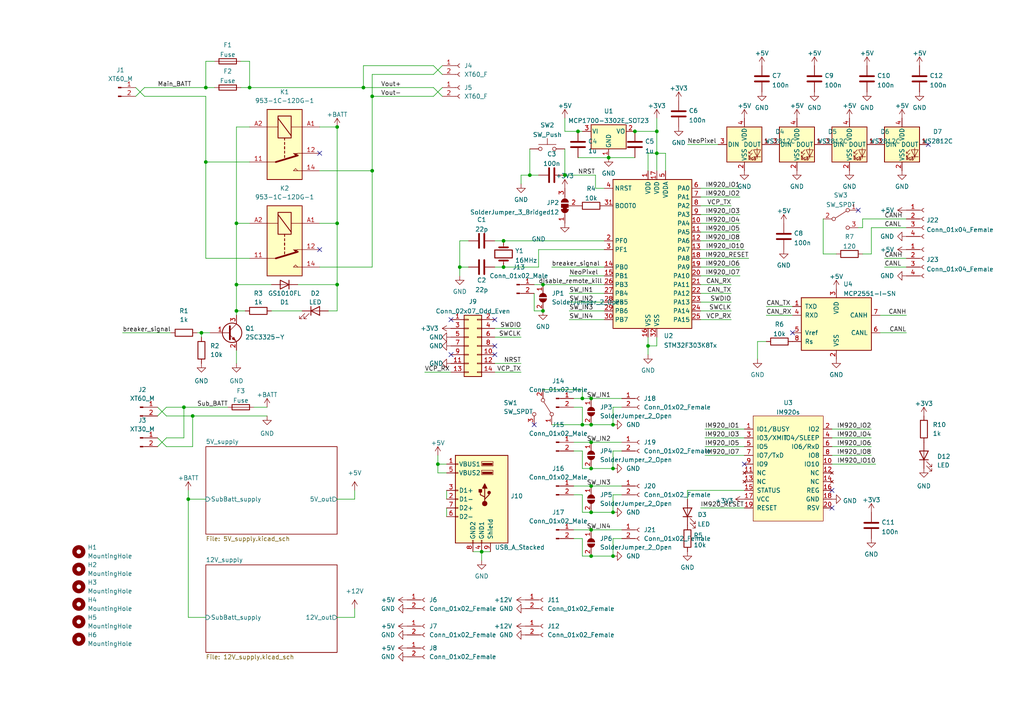
<source format=kicad_sch>
(kicad_sch (version 20230121) (generator eeschema)
  (paper "A4")
  (lib_symbols
    (symbol "+5V_1" (power) (pin_names (offset 0))
      (property "Value" "+5V_1" (at 0 3.556 0))
      (symbol "+5V_1_1_1"
        (pin power_in line (at 0 0 90) (length 0) hide (name "+5V") (number "1"))
      )
    )
    (symbol "Connector:Conn_01x02_Female" (pin_names (offset 1.016) hide)
      (property "Reference" "J" (at 0 2.54 0))
      (property "Value" "Conn_01x02_Female" (at 0 -5.08 0))
      (symbol "Conn_01x02_Female_1_1"
        (pin passive line (at -5.08 0 0) (length 3.81) (name "Pin_1") (number "1"))
        (pin passive line (at -5.08 -2.54 0) (length 3.81) (name "Pin_2") (number "2"))
      )
    )
    (symbol "Connector:Conn_01x02_Male" (pin_names (offset 1.016) hide)
      (property "Reference" "J" (at 0 2.54 0))
      (property "Value" "Conn_01x02_Male" (at 0 -5.08 0))
      (symbol "Conn_01x02_Male_1_1"
        (pin passive line (at 5.08 0 180) (length 3.81) (name "Pin_1") (number "1"))
        (pin passive line (at 5.08 -2.54 180) (length 3.81) (name "Pin_2") (number "2"))
      )
    )
    (symbol "Connector:Conn_01x04_Female" (pin_names (offset 1.016) hide)
      (property "Reference" "J" (at 0 5.08 0))
      (property "Value" "Conn_01x04_Female" (at 0 -7.62 0))
      (symbol "Conn_01x04_Female_1_1"
        (pin passive line (at -5.08 2.54 0) (length 3.81) (name "Pin_1") (number "1"))
        (pin passive line (at -5.08 0 0) (length 3.81) (name "Pin_2") (number "2"))
        (pin passive line (at -5.08 -2.54 0) (length 3.81) (name "Pin_3") (number "3"))
        (pin passive line (at -5.08 -5.08 0) (length 3.81) (name "Pin_4") (number "4"))
      )
    )
    (symbol "Connector:USB_A_Stacked" (pin_names (offset 1.016))
      (property "Reference" "J" (at 0 15.875 0))
      (property "Value" "USB_A_Stacked" (at 0 13.97 0))
      (symbol "USB_A_Stacked_1_1"
        (pin power_in line (at 10.16 10.16 180) (length 2.54) (name "VBUS1") (number "1"))
        (pin bidirectional line (at 10.16 0 180) (length 2.54) (name "D1-") (number "2"))
        (pin bidirectional line (at 10.16 2.54 180) (length 2.54) (name "D1+") (number "3"))
        (pin power_in line (at 0 -15.24 90) (length 2.54) (name "GND1") (number "4"))
        (pin power_in line (at 10.16 7.62 180) (length 2.54) (name "VBUS2") (number "5"))
        (pin bidirectional line (at 10.16 -5.08 180) (length 2.54) (name "D2-") (number "6"))
        (pin bidirectional line (at 10.16 -2.54 180) (length 2.54) (name "D2+") (number "7"))
        (pin power_in line (at 2.54 -15.24 90) (length 2.54) (name "GND2") (number "8"))
        (pin passive line (at -2.54 -15.24 90) (length 2.54) (name "Shield") (number "9"))
      )
    )
    (symbol "Connector_Generic:Conn_02x07_Odd_Even" (pin_names (offset 1.016) hide)
      (property "Reference" "J" (at 1.27 10.16 0))
      (property "Value" "Conn_02x07_Odd_Even" (at 1.27 -10.16 0))
      (symbol "Conn_02x07_Odd_Even_1_1"
        (pin passive line (at -5.08 7.62 0) (length 3.81) (name "Pin_1") (number "1"))
        (pin passive line (at 7.62 -2.54 180) (length 3.81) (name "Pin_10") (number "10"))
        (pin passive line (at -5.08 -5.08 0) (length 3.81) (name "Pin_11") (number "11"))
        (pin passive line (at 7.62 -5.08 180) (length 3.81) (name "Pin_12") (number "12"))
        (pin passive line (at -5.08 -7.62 0) (length 3.81) (name "Pin_13") (number "13"))
        (pin passive line (at 7.62 -7.62 180) (length 3.81) (name "Pin_14") (number "14"))
        (pin passive line (at 7.62 7.62 180) (length 3.81) (name "Pin_2") (number "2"))
        (pin passive line (at -5.08 5.08 0) (length 3.81) (name "Pin_3") (number "3"))
        (pin passive line (at 7.62 5.08 180) (length 3.81) (name "Pin_4") (number "4"))
        (pin passive line (at -5.08 2.54 0) (length 3.81) (name "Pin_5") (number "5"))
        (pin passive line (at 7.62 2.54 180) (length 3.81) (name "Pin_6") (number "6"))
        (pin passive line (at -5.08 0 0) (length 3.81) (name "Pin_7") (number "7"))
        (pin passive line (at 7.62 0 180) (length 3.81) (name "Pin_8") (number "8"))
        (pin passive line (at -5.08 -2.54 0) (length 3.81) (name "Pin_9") (number "9"))
      )
    )
    (symbol "Device:C" (pin_numbers hide) (pin_names (offset 0.254))
      (property "Reference" "C" (at 0.635 2.54 0))
      (property "Value" "C" (at 0.635 -2.54 0))
      (symbol "C_1_1"
        (pin passive line (at 0 3.81 270) (length 2.794) (name "~") (number "1"))
        (pin passive line (at 0 -3.81 90) (length 2.794) (name "~") (number "2"))
      )
    )
    (symbol "Device:Crystal" (pin_numbers hide) (pin_names (offset 1.016) hide)
      (property "Reference" "Y" (at 0 3.81 0))
      (property "Value" "Crystal" (at 0 -3.81 0))
      (symbol "Crystal_1_1"
        (pin passive line (at -3.81 0 0) (length 1.27) (name "1") (number "1"))
        (pin passive line (at 3.81 0 180) (length 1.27) (name "2") (number "2"))
      )
    )
    (symbol "Device:Fuse" (pin_numbers hide) (pin_names (offset 0))
      (property "Reference" "F" (at 2.032 0 90))
      (property "Value" "Fuse" (at -1.905 0 90))
      (symbol "Fuse_1_1"
        (pin passive line (at 0 3.81 270) (length 1.27) (name "~") (number "1"))
        (pin passive line (at 0 -3.81 90) (length 1.27) (name "~") (number "2"))
      )
    )
    (symbol "Device:LED" (pin_numbers hide) (pin_names (offset 1.016) hide)
      (property "Reference" "D" (at 0 2.54 0))
      (property "Value" "LED" (at 0 -2.54 0))
      (symbol "LED_1_1"
        (pin passive line (at -3.81 0 0) (length 2.54) (name "K") (number "1"))
        (pin passive line (at 3.81 0 180) (length 2.54) (name "A") (number "2"))
      )
    )
    (symbol "Device:R" (pin_numbers hide) (pin_names (offset 0))
      (property "Reference" "R" (at 2.032 0 90))
      (property "Value" "R" (at 0 0 90))
      (symbol "R_1_1"
        (pin passive line (at 0 3.81 270) (length 1.27) (name "~") (number "1"))
        (pin passive line (at 0 -3.81 90) (length 1.27) (name "~") (number "2"))
      )
    )
    (symbol "Diode:1N4148W" (pin_numbers hide) (pin_names hide)
      (property "Reference" "D" (at 0 2.54 0))
      (property "Value" "1N4148W" (at 0 -2.54 0))
      (symbol "1N4148W_1_1"
        (pin passive line (at -3.81 0 0) (length 2.54) (name "K") (number "1"))
        (pin passive line (at 3.81 0 180) (length 2.54) (name "A") (number "2"))
      )
    )
    (symbol "GND_1" (power) (pin_names (offset 0))
      (property "Value" "GND_1" (at 0 -3.81 0))
      (symbol "GND_1_1_1"
        (pin power_in line (at 0 0 270) (length 0) hide (name "GND") (number "1"))
      )
    )
    (symbol "GND_2" (power) (pin_names (offset 0))
      (property "Value" "GND_2" (at 0 -3.81 0))
      (symbol "GND_2_1_1"
        (pin power_in line (at 0 0 270) (length 0) hide (name "GND") (number "1"))
      )
    )
    (symbol "GND_3" (power) (pin_names (offset 0))
      (property "Value" "GND_3" (at 0 -3.81 0))
      (symbol "GND_3_1_1"
        (pin power_in line (at 0 0 270) (length 0) hide (name "GND") (number "1"))
      )
    )
    (symbol "Interface_CAN_LIN:MCP2551-I-SN" (pin_names (offset 1.016))
      (property "Reference" "U" (at -10.16 8.89 0))
      (property "Value" "MCP2551-I-SN" (at 2.54 8.89 0))
      (symbol "MCP2551-I-SN_1_1"
        (pin input line (at -12.7 5.08 0) (length 2.54) (name "TXD") (number "1"))
        (pin power_in line (at 0 -10.16 90) (length 2.54) (name "VSS") (number "2"))
        (pin power_in line (at 0 10.16 270) (length 2.54) (name "VDD") (number "3"))
        (pin output line (at -12.7 2.54 0) (length 2.54) (name "RXD") (number "4"))
        (pin power_out line (at -12.7 -2.54 0) (length 2.54) (name "Vref") (number "5"))
        (pin bidirectional line (at 12.7 -2.54 180) (length 2.54) (name "CANL") (number "6"))
        (pin bidirectional line (at 12.7 2.54 180) (length 2.54) (name "CANH") (number "7"))
        (pin input line (at -12.7 -5.08 0) (length 2.54) (name "Rs") (number "8"))
      )
    )
    (symbol "Jumper:SolderJumper_2_Open" (pin_names (offset 0) hide)
      (property "Reference" "JP" (at 0 2.032 0))
      (property "Value" "SolderJumper_2_Open" (at 0 -2.54 0))
      (symbol "SolderJumper_2_Open_1_1"
        (pin passive line (at -3.81 0 0) (length 2.54) (name "A") (number "1"))
        (pin passive line (at 3.81 0 180) (length 2.54) (name "B") (number "2"))
      )
    )
    (symbol "Jumper:SolderJumper_3_Bridged12" (pin_names (offset 0) hide)
      (property "Reference" "JP" (at -2.54 -2.54 0))
      (property "Value" "SolderJumper_3_Bridged12" (at 0 2.794 0))
      (symbol "SolderJumper_3_Bridged12_1_1"
        (pin passive line (at -5.08 0 0) (length 2.54) (name "A") (number "1"))
        (pin input line (at 0 -3.81 90) (length 2.54) (name "C") (number "2"))
        (pin passive line (at 5.08 0 180) (length 2.54) (name "B") (number "3"))
      )
    )
    (symbol "LED_additional:WS2812C" (pin_names (offset 0.254))
      (property "Reference" "D" (at 5.08 5.715 0))
      (property "Value" "WS2812C" (at 1.27 -5.715 0))
      (symbol "WS2812C_0_0"
        (text "RGB" (at 2.286 -4.191 0) (effects (font (size 0.762 0.762))))
      )
      (symbol "WS2812C_1_1"
        (pin output line (at 7.62 0 180) (length 2.54) (name "DOUT") (number "1"))
        (pin power_in line (at 0 -7.62 90) (length 2.54) (name "VSS") (number "2"))
        (pin input line (at -7.62 0 0) (length 2.54) (name "DIN") (number "3"))
        (pin power_in line (at 0 7.62 270) (length 2.54) (name "VDD") (number "4"))
      )
    )
    (symbol "MCU_ST_STM32F3:STM32F303K8Tx"
      (property "Reference" "U" (at -12.7 21.59 0))
      (property "Value" "STM32F303K8Tx" (at 5.08 21.59 0))
      (symbol "STM32F303K8Tx_1_1"
        (pin power_in line (at -2.54 22.86 270) (length 2.54) (name "VDD") (number "1"))
        (pin bidirectional line (at 12.7 7.62 180) (length 2.54) (name "PA4") (number "10"))
        (pin bidirectional line (at 12.7 5.08 180) (length 2.54) (name "PA5") (number "11"))
        (pin bidirectional line (at 12.7 2.54 180) (length 2.54) (name "PA6") (number "12"))
        (pin bidirectional line (at 12.7 0 180) (length 2.54) (name "PA7") (number "13"))
        (pin bidirectional line (at -15.24 -5.08 0) (length 2.54) (name "PB0") (number "14"))
        (pin bidirectional line (at -15.24 -7.62 0) (length 2.54) (name "PB1") (number "15"))
        (pin power_in line (at -2.54 -25.4 90) (length 2.54) (name "VSS") (number "16"))
        (pin power_in line (at 0 22.86 270) (length 2.54) (name "VDD") (number "17"))
        (pin bidirectional line (at 12.7 -2.54 180) (length 2.54) (name "PA8") (number "18"))
        (pin bidirectional line (at 12.7 -5.08 180) (length 2.54) (name "PA9") (number "19"))
        (pin input line (at -15.24 2.54 0) (length 2.54) (name "PF0") (number "2"))
        (pin bidirectional line (at 12.7 -7.62 180) (length 2.54) (name "PA10") (number "20"))
        (pin bidirectional line (at 12.7 -10.16 180) (length 2.54) (name "PA11") (number "21"))
        (pin bidirectional line (at 12.7 -12.7 180) (length 2.54) (name "PA12") (number "22"))
        (pin bidirectional line (at 12.7 -15.24 180) (length 2.54) (name "PA13") (number "23"))
        (pin bidirectional line (at 12.7 -17.78 180) (length 2.54) (name "PA14") (number "24"))
        (pin bidirectional line (at 12.7 -20.32 180) (length 2.54) (name "PA15") (number "25"))
        (pin bidirectional line (at -15.24 -10.16 0) (length 2.54) (name "PB3") (number "26"))
        (pin bidirectional line (at -15.24 -12.7 0) (length 2.54) (name "PB4") (number "27"))
        (pin bidirectional line (at -15.24 -15.24 0) (length 2.54) (name "PB5") (number "28"))
        (pin bidirectional line (at -15.24 -17.78 0) (length 2.54) (name "PB6") (number "29"))
        (pin input line (at -15.24 0 0) (length 2.54) (name "PF1") (number "3"))
        (pin bidirectional line (at -15.24 -20.32 0) (length 2.54) (name "PB7") (number "30"))
        (pin input line (at -15.24 12.7 0) (length 2.54) (name "BOOT0") (number "31"))
        (pin power_in line (at 0 -25.4 90) (length 2.54) (name "VSS") (number "32"))
        (pin input line (at -15.24 17.78 0) (length 2.54) (name "NRST") (number "4"))
        (pin power_in line (at 2.54 22.86 270) (length 2.54) (name "VDDA") (number "5"))
        (pin bidirectional line (at 12.7 17.78 180) (length 2.54) (name "PA0") (number "6"))
        (pin bidirectional line (at 12.7 15.24 180) (length 2.54) (name "PA1") (number "7"))
        (pin bidirectional line (at 12.7 12.7 180) (length 2.54) (name "PA2") (number "8"))
        (pin bidirectional line (at 12.7 10.16 180) (length 2.54) (name "PA3") (number "9"))
      )
    )
    (symbol "Mechanical:MountingHole" (pin_names (offset 1.016))
      (property "Reference" "H" (at 0 5.08 0))
      (property "Value" "MountingHole" (at 0 3.175 0))
    )
    (symbol "Regulator_Linear:MCP1700-3302E_SOT23" (pin_names (offset 0.254))
      (property "Reference" "U" (at -3.81 3.175 0))
      (property "Value" "MCP1700-3302E_SOT23" (at 0 3.175 0))
      (symbol "MCP1700-3302E_SOT23_1_1"
        (pin power_in line (at 0 -7.62 90) (length 2.54) (name "GND") (number "1"))
        (pin power_out line (at 7.62 0 180) (length 2.54) (name "VO") (number "2"))
        (pin power_in line (at -7.62 0 0) (length 2.54) (name "VI") (number "3"))
      )
    )
    (symbol "Relay:RAYEX-L90S"
      (property "Reference" "K" (at 11.43 3.81 0))
      (property "Value" "RAYEX-L90S" (at 11.43 1.27 0))
      (symbol "RAYEX-L90S_1_1"
        (pin passive line (at 5.08 -10.16 90) (length 5.08) (name "~") (number "11"))
        (pin passive line (at 2.54 10.16 270) (length 5.08) (name "~") (number "12"))
        (pin passive line (at 7.62 10.16 270) (length 5.08) (name "~") (number "14"))
        (pin passive line (at -5.08 10.16 270) (length 5.08) (name "~") (number "A1"))
        (pin passive line (at -5.08 -10.16 90) (length 5.08) (name "~") (number "A2"))
      )
    )
    (symbol "Switch:SW_Push" (pin_numbers hide) (pin_names (offset 1.016) hide)
      (property "Reference" "SW" (at 1.27 2.54 0))
      (property "Value" "SW_Push" (at 0 -1.524 0))
      (symbol "SW_Push_0_1"
        (pin passive line (at -5.08 0 0) (length 2.54) (name "1") (number "1"))
        (pin passive line (at 5.08 0 180) (length 2.54) (name "2") (number "2"))
      )
    )
    (symbol "Switch:SW_SPDT" (pin_names (offset 0) hide)
      (property "Reference" "SW" (at 0 4.318 0))
      (property "Value" "SW_SPDT" (at 0 -5.08 0))
      (symbol "SW_SPDT_1_1"
        (pin passive line (at 5.08 2.54 180) (length 2.54) (name "A") (number "1"))
        (pin passive line (at -5.08 0 0) (length 2.54) (name "B") (number "2"))
        (pin passive line (at 5.08 -2.54 180) (length 2.54) (name "C") (number "3"))
      )
    )
    (symbol "Transistor_BJT:BC817" (pin_names (offset 0) hide)
      (property "Reference" "Q" (at 5.08 1.905 0))
      (property "Value" "BC817" (at 5.08 0 0))
      (symbol "BC817_1_1"
        (pin input line (at -5.08 0 0) (length 5.715) (name "B") (number "1"))
        (pin passive line (at 2.54 -5.08 90) (length 2.54) (name "E") (number "2"))
        (pin passive line (at 2.54 5.08 270) (length 2.54) (name "C") (number "3"))
      )
    )
    (symbol "interplan:IM920s" (pin_names (offset 1.016))
      (property "Reference" "U" (at 0 13.97 0))
      (property "Value" "IM920s" (at 0 -19.05 0))
      (symbol "IM920s_1_1"
        (pin input line (at -12.7 8.89 0) (length 2.54) (name "IO1/BUSY") (number "1"))
        (pin input line (at 12.7 -1.27 180) (length 2.54) (name "IO10") (number "10"))
        (pin no_connect line (at -12.7 -3.81 0) (length 2.54) (name "NC") (number "11"))
        (pin no_connect line (at 12.7 -3.81 180) (length 2.54) (name "NC") (number "12"))
        (pin no_connect line (at -12.7 -6.35 0) (length 2.54) (name "NC") (number "13"))
        (pin no_connect line (at 12.7 -6.35 180) (length 2.54) (name "NC") (number "14"))
        (pin input line (at -12.7 -8.89 0) (length 2.54) (name "STATUS") (number "15"))
        (pin input line (at 12.7 -8.89 180) (length 2.54) (name "REG") (number "16"))
        (pin input line (at -12.7 -11.43 0) (length 2.54) (name "VCC") (number "17"))
        (pin input line (at 12.7 -11.43 180) (length 2.54) (name "GND") (number "18"))
        (pin input line (at -12.7 -13.97 0) (length 2.54) (name "RESET") (number "19"))
        (pin input line (at 12.7 8.89 180) (length 2.54) (name "IO2") (number "2"))
        (pin input line (at 12.7 -13.97 180) (length 2.54) (name "RSV") (number "20"))
        (pin input line (at -12.7 6.35 0) (length 2.54) (name "IO3/XMIT") (number "3"))
        (pin input line (at 12.7 6.35 180) (length 2.54) (name "IO4/SLEEP") (number "4"))
        (pin input line (at -12.7 3.81 0) (length 2.54) (name "IO5") (number "5"))
        (pin input line (at 12.7 3.81 180) (length 2.54) (name "IO6/RxD") (number "6"))
        (pin input line (at -12.7 1.27 0) (length 2.54) (name "IO7/TxD") (number "7"))
        (pin input line (at 12.7 1.27 180) (length 2.54) (name "IO8") (number "8"))
        (pin input line (at -12.7 -1.27 0) (length 2.54) (name "IO9") (number "9"))
      )
    )
    (symbol "power:+12V" (power) (pin_names (offset 0))
      (property "Value" "+12V" (at 0 3.556 0))
      (symbol "+12V_1_1"
        (pin power_in line (at 0 0 90) (length 0) hide (name "+12V") (number "1"))
      )
    )
    (symbol "power:+3.3V" (power) (pin_names (offset 0))
      (property "Value" "+3.3V" (at 0 3.556 0))
      (symbol "+3.3V_1_1"
        (pin power_in line (at 0 0 90) (length 0) hide (name "+3V3") (number "1"))
      )
    )
    (symbol "power:+5V" (power) (pin_names (offset 0))
      (property "Value" "+5V" (at 0 3.556 0))
      (symbol "+5V_1_1"
        (pin power_in line (at 0 0 90) (length 0) hide (name "+5V") (number "1"))
      )
    )
    (symbol "power:+BATT" (power) (pin_names (offset 0))
      (property "Value" "+BATT" (at 0 3.556 0))
      (symbol "+BATT_1_1"
        (pin power_in line (at 0 0 90) (length 0) hide (name "+BATT") (number "1"))
      )
    )
    (symbol "power:GND" (power) (pin_names (offset 0))
      (property "Value" "GND" (at 0 -3.81 0))
      (symbol "GND_1_1"
        (pin power_in line (at 0 0 270) (length 0) hide (name "GND") (number "1"))
      )
    )
  )
  (junction (at 171.45 123.19))
  (junction (at 163.83 50.8))
  (junction (at 68.58 90.17))
  (junction (at 176.53 45.72))
  (junction (at 157.48 82.55))
  (junction (at 107.95 27.94))
  (junction (at 190.5 44.45))
  (junction (at 171.45 128.27))
  (junction (at 105.41 25.4))
  (junction (at 171.45 153.67))
  (junction (at 146.05 77.47))
  (junction (at 127 134.62))
  (junction (at 146.05 69.85))
  (junction (at 177.8 161.29))
  (junction (at 177.8 135.89))
  (junction (at 177.8 123.19))
  (junction (at 68.58 82.55))
  (junction (at 133.35 77.47))
  (junction (at 54.61 144.78))
  (junction (at 157.48 90.17))
  (junction (at 68.58 64.77))
  (junction (at 171.45 135.89))
  (junction (at 167.64 38.1))
  (junction (at 168.91 123.19))
  (junction (at 97.79 36.83))
  (junction (at 171.45 115.57))
  (junction (at 177.8 148.59))
  (junction (at 59.69 46.99))
  (junction (at 171.45 140.97))
  (junction (at 72.39 25.4))
  (junction (at 58.42 96.52))
  (junction (at 55.88 120.65))
  (junction (at 171.45 161.29))
  (junction (at 107.95 49.53))
  (junction (at 187.96 100.33))
  (junction (at 190.5 38.1))
  (junction (at 97.79 82.55))
  (junction (at 184.15 38.1))
  (junction (at 139.7 160.02))
  (junction (at 53.34 118.11))
  (junction (at 153.67 50.8))
  (junction (at 171.45 148.59))
  (junction (at 97.79 64.77))
  (junction (at 168.91 115.57))
  (junction (at 59.69 25.4))
  (no_connect (at 143.51 102.87))
  (no_connect (at 269.24 41.91))
  (no_connect (at 130.81 92.71))
  (no_connect (at 248.92 60.96))
  (no_connect (at 154.94 123.19))
  (no_connect (at 130.81 102.87))
  (no_connect (at 241.3 142.24))
  (no_connect (at 143.51 92.71))
  (no_connect (at 241.3 147.32))
  (no_connect (at 143.51 100.33))
  (no_connect (at 92.71 72.39))
  (no_connect (at 92.71 44.45))
  (no_connect (at 215.9 134.62))
  (no_connect (at 229.87 96.52))
  (wire (pts (xy 55.88 129.54) (xy 55.88 120.65)))
  (wire (pts (xy 97.79 179.07) (xy 102.87 179.07)))
  (wire (pts (xy 157.48 82.55) (xy 175.26 82.55)))
  (wire (pts (xy 168.91 130.81) (xy 168.91 135.89)))
  (wire (pts (xy 165.1 80.01) (xy 175.26 80.01)))
  (wire (pts (xy 160.02 77.47) (xy 175.26 77.47)))
  (wire (pts (xy 163.83 50.8) (xy 163.83 43.18)))
  (wire (pts (xy 59.69 25.4) (xy 62.23 25.4)))
  (wire (pts (xy 177.8 156.21) (xy 180.34 156.21)))
  (wire (pts (xy 128.27 19.05) (xy 125.73 21.59)))
  (wire (pts (xy 166.37 156.21) (xy 168.91 156.21)))
  (wire (pts (xy 222.25 91.44) (xy 229.87 91.44)))
  (wire (pts (xy 252.73 127) (xy 241.3 127)))
  (wire (pts (xy 133.35 77.47) (xy 133.35 80.01)))
  (wire (pts (xy 168.91 115.57) (xy 171.45 115.57)))
  (wire (pts (xy 48.26 127) (xy 53.34 127)))
  (wire (pts (xy 160.02 123.19) (xy 168.91 123.19)))
  (wire (pts (xy 129.54 142.24) (xy 129.54 144.78)))
  (wire (pts (xy 168.91 135.89) (xy 171.45 135.89)))
  (wire (pts (xy 107.95 27.94) (xy 125.73 27.94)))
  (wire (pts (xy 212.09 92.71) (xy 203.2 92.71)))
  (wire (pts (xy 59.69 74.93) (xy 72.39 74.93)))
  (wire (pts (xy 193.04 44.45) (xy 190.5 44.45)))
  (wire (pts (xy 190.5 100.33) (xy 190.5 97.79)))
  (wire (pts (xy 214.63 57.15) (xy 203.2 57.15)))
  (wire (pts (xy 69.85 17.78) (xy 72.39 17.78)))
  (wire (pts (xy 68.58 90.17) (xy 68.58 91.44)))
  (wire (pts (xy 262.89 91.44) (xy 255.27 91.44)))
  (wire (pts (xy 143.51 77.47) (xy 146.05 77.47)))
  (wire (pts (xy 154.94 85.09) (xy 154.94 90.17)))
  (wire (pts (xy 128.27 25.4) (xy 125.73 27.94)))
  (wire (pts (xy 212.09 59.69) (xy 203.2 59.69)))
  (wire (pts (xy 107.95 21.59) (xy 125.73 21.59)))
  (wire (pts (xy 214.63 54.61) (xy 203.2 54.61)))
  (wire (pts (xy 127 132.08) (xy 127 134.62)))
  (wire (pts (xy 168.91 118.11) (xy 168.91 123.19)))
  (wire (pts (xy 214.63 69.85) (xy 203.2 69.85)))
  (wire (pts (xy 58.42 96.52) (xy 60.96 96.52)))
  (wire (pts (xy 167.64 38.1) (xy 163.83 38.1)))
  (wire (pts (xy 250.19 63.5) (xy 250.19 66.04)))
  (wire (pts (xy 72.39 25.4) (xy 69.85 25.4)))
  (wire (pts (xy 166.37 153.67) (xy 171.45 153.67)))
  (wire (pts (xy 41.91 27.94) (xy 59.69 27.94)))
  (wire (pts (xy 41.91 25.4) (xy 59.69 25.4)))
  (wire (pts (xy 92.71 64.77) (xy 97.79 64.77)))
  (wire (pts (xy 154.94 82.55) (xy 157.48 82.55)))
  (wire (pts (xy 78.74 90.17) (xy 87.63 90.17)))
  (wire (pts (xy 204.47 127) (xy 215.9 127)))
  (wire (pts (xy 171.45 140.97) (xy 180.34 140.97)))
  (wire (pts (xy 204.47 124.46) (xy 215.9 124.46)))
  (wire (pts (xy 187.96 49.53) (xy 187.96 44.45)))
  (wire (pts (xy 157.48 113.03) (xy 168.91 113.03)))
  (wire (pts (xy 252.73 66.04) (xy 262.89 66.04)))
  (wire (pts (xy 168.91 113.03) (xy 168.91 115.57)))
  (wire (pts (xy 175.26 72.39) (xy 156.21 72.39)))
  (wire (pts (xy 187.96 97.79) (xy 187.96 100.33)))
  (wire (pts (xy 190.5 38.1) (xy 184.15 38.1)))
  (wire (pts (xy 137.16 160.02) (xy 139.7 160.02)))
  (wire (pts (xy 139.7 160.02) (xy 142.24 160.02)))
  (wire (pts (xy 168.91 156.21) (xy 168.91 161.29)))
  (wire (pts (xy 168.91 123.19) (xy 171.45 123.19)))
  (wire (pts (xy 166.37 128.27) (xy 171.45 128.27)))
  (wire (pts (xy 171.45 161.29) (xy 177.8 161.29)))
  (wire (pts (xy 215.9 72.39) (xy 203.2 72.39)))
  (wire (pts (xy 171.45 153.67) (xy 180.34 153.67)))
  (wire (pts (xy 57.15 96.52) (xy 58.42 96.52)))
  (wire (pts (xy 262.89 96.52) (xy 255.27 96.52)))
  (wire (pts (xy 135.89 77.47) (xy 133.35 77.47)))
  (wire (pts (xy 105.41 25.4) (xy 125.73 25.4)))
  (wire (pts (xy 204.47 129.54) (xy 215.9 129.54)))
  (wire (pts (xy 72.39 36.83) (xy 68.58 36.83)))
  (wire (pts (xy 184.15 45.72) (xy 176.53 45.72)))
  (wire (pts (xy 238.76 73.66) (xy 242.57 73.66)))
  (wire (pts (xy 39.37 25.4) (xy 41.91 27.94)))
  (wire (pts (xy 48.26 118.11) (xy 53.34 118.11)))
  (wire (pts (xy 97.79 82.55) (xy 97.79 64.77)))
  (wire (pts (xy 177.8 143.51) (xy 180.34 143.51)))
  (wire (pts (xy 123.19 107.95) (xy 130.81 107.95)))
  (wire (pts (xy 97.79 36.83) (xy 97.79 64.77)))
  (wire (pts (xy 214.63 62.23) (xy 203.2 62.23)))
  (wire (pts (xy 177.8 130.81) (xy 180.34 130.81)))
  (wire (pts (xy 171.45 123.19) (xy 177.8 123.19)))
  (wire (pts (xy 92.71 36.83) (xy 97.79 36.83)))
  (wire (pts (xy 214.63 64.77) (xy 203.2 64.77)))
  (wire (pts (xy 212.09 87.63) (xy 203.2 87.63)))
  (wire (pts (xy 171.45 148.59) (xy 177.8 148.59)))
  (wire (pts (xy 97.79 82.55) (xy 97.79 90.17)))
  (wire (pts (xy 139.7 162.56) (xy 139.7 160.02)))
  (wire (pts (xy 177.8 148.59) (xy 177.8 143.51)))
  (wire (pts (xy 151.13 97.79) (xy 143.51 97.79)))
  (wire (pts (xy 156.21 72.39) (xy 156.21 77.47)))
  (wire (pts (xy 48.26 129.54) (xy 55.88 129.54)))
  (wire (pts (xy 156.21 77.47) (xy 146.05 77.47)))
  (wire (pts (xy 177.8 123.19) (xy 177.8 118.11)))
  (wire (pts (xy 128.27 21.59) (xy 125.73 19.05)))
  (wire (pts (xy 125.73 19.05) (xy 105.41 19.05)))
  (wire (pts (xy 45.72 118.11) (xy 48.26 120.65)))
  (wire (pts (xy 59.69 46.99) (xy 59.69 74.93)))
  (wire (pts (xy 252.73 124.46) (xy 241.3 124.46)))
  (wire (pts (xy 187.96 100.33) (xy 190.5 100.33)))
  (wire (pts (xy 187.96 102.87) (xy 187.96 100.33)))
  (wire (pts (xy 214.63 80.01) (xy 203.2 80.01)))
  (wire (pts (xy 166.37 143.51) (xy 168.91 143.51)))
  (wire (pts (xy 252.73 129.54) (xy 241.3 129.54)))
  (wire (pts (xy 153.67 43.18) (xy 153.67 50.8)))
  (wire (pts (xy 135.89 69.85) (xy 133.35 69.85)))
  (wire (pts (xy 199.39 142.24) (xy 199.39 144.78)))
  (wire (pts (xy 151.13 105.41) (xy 143.51 105.41)))
  (wire (pts (xy 107.95 77.47) (xy 92.71 77.47)))
  (wire (pts (xy 172.72 50.8) (xy 163.83 50.8)))
  (wire (pts (xy 222.25 99.06) (xy 219.71 99.06)))
  (wire (pts (xy 97.79 144.78) (xy 102.87 144.78)))
  (wire (pts (xy 59.69 27.94) (xy 59.69 46.99)))
  (wire (pts (xy 68.58 36.83) (xy 68.58 64.77)))
  (wire (pts (xy 250.19 73.66) (xy 252.73 73.66)))
  (wire (pts (xy 250.19 66.04) (xy 248.92 66.04)))
  (wire (pts (xy 73.66 118.11) (xy 77.47 118.11)))
  (wire (pts (xy 167.64 45.72) (xy 176.53 45.72)))
  (wire (pts (xy 59.69 17.78) (xy 62.23 17.78)))
  (wire (pts (xy 151.13 95.25) (xy 143.51 95.25)))
  (wire (pts (xy 54.61 144.78) (xy 54.61 179.07)))
  (wire (pts (xy 68.58 90.17) (xy 71.12 90.17)))
  (wire (pts (xy 171.45 115.57) (xy 180.34 115.57)))
  (wire (pts (xy 193.04 49.53) (xy 193.04 44.45)))
  (wire (pts (xy 102.87 179.07) (xy 102.87 176.53)))
  (wire (pts (xy 95.25 90.17) (xy 97.79 90.17)))
  (wire (pts (xy 256.54 74.93) (xy 262.89 74.93)))
  (wire (pts (xy 252.73 73.66) (xy 252.73 66.04)))
  (wire (pts (xy 166.37 118.11) (xy 168.91 118.11)))
  (wire (pts (xy 165.1 90.17) (xy 175.26 90.17)))
  (wire (pts (xy 102.87 144.78) (xy 102.87 142.24)))
  (wire (pts (xy 165.1 85.09) (xy 175.26 85.09)))
  (wire (pts (xy 168.91 143.51) (xy 168.91 148.59)))
  (wire (pts (xy 154.94 90.17) (xy 157.48 90.17)))
  (wire (pts (xy 175.26 69.85) (xy 146.05 69.85)))
  (wire (pts (xy 59.69 46.99) (xy 72.39 46.99)))
  (wire (pts (xy 190.5 49.53) (xy 190.5 44.45)))
  (wire (pts (xy 107.95 49.53) (xy 107.95 77.47)))
  (wire (pts (xy 54.61 142.24) (xy 54.61 144.78)))
  (wire (pts (xy 165.1 92.71) (xy 175.26 92.71)))
  (wire (pts (xy 166.37 140.97) (xy 171.45 140.97)))
  (wire (pts (xy 68.58 105.41) (xy 68.58 101.6)))
  (wire (pts (xy 143.51 69.85) (xy 146.05 69.85)))
  (wire (pts (xy 35.56 96.52) (xy 49.53 96.52)))
  (wire (pts (xy 217.17 74.93) (xy 203.2 74.93)))
  (wire (pts (xy 172.72 50.8) (xy 172.72 54.61)))
  (wire (pts (xy 58.42 97.79) (xy 58.42 96.52)))
  (wire (pts (xy 133.35 69.85) (xy 133.35 77.47)))
  (wire (pts (xy 168.91 161.29) (xy 171.45 161.29)))
  (wire (pts (xy 212.09 85.09) (xy 203.2 85.09)))
  (wire (pts (xy 45.72 129.54) (xy 48.26 127)))
  (wire (pts (xy 212.09 82.55) (xy 203.2 82.55)))
  (wire (pts (xy 165.1 87.63) (xy 175.26 87.63)))
  (wire (pts (xy 172.72 54.61) (xy 175.26 54.61)))
  (wire (pts (xy 153.67 50.8) (xy 156.21 50.8)))
  (wire (pts (xy 190.5 34.29) (xy 190.5 38.1)))
  (wire (pts (xy 45.72 127) (xy 48.26 129.54)))
  (wire (pts (xy 59.69 17.78) (xy 59.69 25.4)))
  (wire (pts (xy 53.34 127) (xy 53.34 118.11)))
  (wire (pts (xy 168.91 38.1) (xy 167.64 38.1)))
  (wire (pts (xy 72.39 25.4) (xy 105.41 25.4)))
  (wire (pts (xy 256.54 77.47) (xy 262.89 77.47)))
  (wire (pts (xy 129.54 137.16) (xy 127 137.16)))
  (wire (pts (xy 53.34 118.11) (xy 66.04 118.11)))
  (wire (pts (xy 72.39 17.78) (xy 72.39 25.4)))
  (wire (pts (xy 39.37 27.94) (xy 41.91 25.4)))
  (wire (pts (xy 177.8 135.89) (xy 177.8 130.81)))
  (wire (pts (xy 177.8 118.11) (xy 180.34 118.11)))
  (wire (pts (xy 68.58 82.55) (xy 68.58 90.17)))
  (wire (pts (xy 129.54 134.62) (xy 127 134.62)))
  (wire (pts (xy 204.47 132.08) (xy 215.9 132.08)))
  (wire (pts (xy 177.8 161.29) (xy 177.8 156.21)))
  (wire (pts (xy 151.13 107.95) (xy 143.51 107.95)))
  (wire (pts (xy 129.54 147.32) (xy 129.54 149.86)))
  (wire (pts (xy 222.25 88.9) (xy 229.87 88.9)))
  (wire (pts (xy 187.96 44.45) (xy 190.5 44.45)))
  (wire (pts (xy 214.63 77.47) (xy 203.2 77.47)))
  (wire (pts (xy 219.71 99.06) (xy 219.71 104.14)))
  (wire (pts (xy 238.76 63.5) (xy 238.76 73.66)))
  (wire (pts (xy 254 134.62) (xy 241.3 134.62)))
  (wire (pts (xy 68.58 64.77) (xy 72.39 64.77)))
  (wire (pts (xy 68.58 64.77) (xy 68.58 82.55)))
  (wire (pts (xy 215.9 142.24) (xy 199.39 142.24)))
  (wire (pts (xy 151.13 50.8) (xy 153.67 50.8)))
  (wire (pts (xy 48.26 120.65) (xy 55.88 120.65)))
  (wire (pts (xy 252.73 132.08) (xy 241.3 132.08)))
  (wire (pts (xy 250.19 63.5) (xy 262.89 63.5)))
  (wire (pts (xy 128.27 27.94) (xy 125.73 25.4)))
  (wire (pts (xy 166.37 130.81) (xy 168.91 130.81)))
  (wire (pts (xy 151.13 53.34) (xy 151.13 50.8)))
  (wire (pts (xy 86.36 82.55) (xy 97.79 82.55)))
  (wire (pts (xy 212.09 90.17) (xy 203.2 90.17)))
  (wire (pts (xy 45.72 120.65) (xy 48.26 118.11)))
  (wire (pts (xy 105.41 19.05) (xy 105.41 25.4)))
  (wire (pts (xy 107.95 21.59) (xy 107.95 27.94)))
  (wire (pts (xy 127 134.62) (xy 127 137.16)))
  (wire (pts (xy 199.39 41.91) (xy 208.28 41.91)))
  (wire (pts (xy 171.45 135.89) (xy 177.8 135.89)))
  (wire (pts (xy 59.69 144.78) (xy 54.61 144.78)))
  (wire (pts (xy 214.63 67.31) (xy 203.2 67.31)))
  (wire (pts (xy 166.37 115.57) (xy 168.91 115.57)))
  (wire (pts (xy 168.91 148.59) (xy 171.45 148.59)))
  (wire (pts (xy 54.61 179.07) (xy 59.69 179.07)))
  (wire (pts (xy 68.58 82.55) (xy 78.74 82.55)))
  (wire (pts (xy 107.95 49.53) (xy 92.71 49.53)))
  (wire (pts (xy 171.45 128.27) (xy 180.34 128.27)))
  (wire (pts (xy 203.2 147.32) (xy 215.9 147.32)))
  (wire (pts (xy 163.83 34.29) (xy 163.83 38.1)))
  (wire (pts (xy 55.88 120.65) (xy 77.47 120.65)))
  (wire (pts (xy 107.95 27.94) (xy 107.95 49.53)))
  (wire (pts (xy 190.5 44.45) (xy 190.5 38.1)))
  (label "IM920_IO8" (at 252.73 132.08 180))
  (label "IM920_IO6" (at 214.63 77.47 180))
  (label "CAN_RX" (at 212.09 82.55 180))
  (label "IM920_IO8" (at 214.63 69.85 180))
  (label "NRST" (at 167.64 50.8 0))
  (label "IM920_IO7" (at 204.47 132.08 0))
  (label "IM920_IO5" (at 204.47 129.54 0))
  (label "IM920_IO5" (at 214.63 67.31 180))
  (label "IM920_IO6" (at 252.73 129.54 180))
  (label "SWCLK" (at 212.09 90.17 180))
  (label "VCP_RX" (at 212.09 92.71 180))
  (label "CAN_RX" (at 222.25 91.44 0))
  (label "SW_IN4" (at 165.1 92.71 0))
  (label "NeoPixel" (at 199.39 41.91 0))
  (label "SW_IN3" (at 165.1 90.17 0))
  (label "IM920_IO10" (at 215.9 72.39 180))
  (label "CAN_TX" (at 222.25 88.9 0))
  (label "Vout+" (at 110.49 25.4 0))
  (label "CANH" (at 262.89 91.44 180))
  (label "SWCLK" (at 151.13 97.79 180))
  (label "VCP_RX" (at 123.19 107.95 0))
  (label "CANH" (at 256.54 74.93 0))
  (label "breaker_signal" (at 160.02 77.47 0))
  (label "SW_IN2" (at 165.1 87.63 0))
  (label "CANH" (at 256.54 63.5 0))
  (label "IM920_IO1" (at 204.47 124.46 0))
  (label "IM920_IO3" (at 214.63 62.23 180))
  (label "breaker_signal" (at 35.56 96.52 0))
  (label "IM920_IO4" (at 252.73 127 180))
  (label "CANL" (at 256.54 66.04 0))
  (label "CAN_TX" (at 212.09 85.09 180))
  (label "Vout-" (at 110.49 27.94 0))
  (label "IM920_IO10" (at 254 134.62 180))
  (label "NeoPixel" (at 165.1 80.01 0))
  (label "IM920_IO2" (at 252.73 124.46 180))
  (label "SW_IN1" (at 170.18 115.57 0))
  (label "IM920_IO4" (at 214.63 64.77 180))
  (label "IM920_RESET" (at 203.2 147.32 0))
  (label "SWDIO" (at 212.09 87.63 180))
  (label "VCP_TX" (at 212.09 59.69 180))
  (label "VCP_TX" (at 151.13 107.95 180))
  (label "IM920_IO3" (at 204.47 127 0))
  (label "Sub_BATT" (at 57.15 118.11 0))
  (label "IM920_IO1" (at 214.63 54.61 180))
  (label "CANL" (at 256.54 77.47 0))
  (label "SWDIO" (at 151.13 95.25 180))
  (label "CANL" (at 262.89 96.52 180))
  (label "NRST" (at 151.13 105.41 180))
  (label "SW_IN1" (at 165.1 85.09 0))
  (label "IM920_RESET" (at 217.17 74.93 180))
  (label "SW_IN4" (at 170.18 153.67 0))
  (label "SW_IN3" (at 170.18 140.97 0))
  (label "IM920_IO2" (at 214.63 57.15 180))
  (label "SW_IN2" (at 170.18 128.27 0))
  (label "Main_BATT" (at 45.72 25.4 0))
  (label "disable_remote_kill" (at 156.21 82.55 0))
  (label "IM920_IO7" (at 214.63 80.01 180))
  (symbol (lib_id "power:GND") (at 177.8 135.89 90) (unit 1)
    (property "Reference" "#PWR033" (effects hide))
    (property "Value" "GND" (at 181.61 135.8899 90) (effects (justify right)))
  )
  (symbol (lib_id "power:+12V") (at 102.87 176.53 0) (unit 1)
    (property "Reference" "#PWR08" (effects hide))
    (property "Value" "+12V" (at 102.87 171.45 0))
  )
  (symbol (lib_id "Connector:Conn_01x04_Female") (at 267.97 74.93 0) (unit 1)
    (property "Reference" "J23" (at 268.6812 75.2915 0) (effects (justify left)))
    (property "Value" "Conn_01x04_Female" (at 268.6812 78.0666 0) (effects (justify left)))
    (property "Footprint" "Connector_JST:JST_XA_S04B-XASK-1_1x04_P2.50mm_Horizontal" (effects hide))
  )
  (symbol (lib_id "power:GND") (at 130.81 105.41 270) (unit 1)
    (property "Reference" "#PWR019" (effects hide))
    (property "Value" "GND" (at 124.46 105.41 90) (effects (justify left)))
  )
  (symbol (lib_id "power:+5V") (at 242.57 83.82 0) (unit 1)
    (property "Reference" "#PWR054" (effects hide))
    (property "Value" "+5V" (at 242.57 80.2155 0))
  )
  (symbol (lib_id "Switch:SW_Push") (at 158.75 43.18 0) (unit 1)
    (property "Reference" "SW2" (at 158.75 36.2925 0))
    (property "Value" "SW_Push" (at 158.75 39.0676 0))
    (property "Footprint" "Button_Switch_additional:TVAF06-A020B-R" (effects hide))
  )
  (symbol (lib_id "power:+5V") (at 261.62 34.29 0) (unit 1)
    (property "Reference" "#PWR062" (effects hide))
    (property "Value" "+5V" (at 261.62 30.6855 0))
  )
  (symbol (lib_id "power:+5V") (at 118.11 187.96 90) (unit 1)
    (property "Reference" "#PWR013" (effects hide))
    (property "Value" "+5V" (at 110.49 187.96 90) (effects (justify right)))
  )
  (symbol (lib_id "power:+5V") (at 163.83 34.29 0) (unit 1)
    (property "Reference" "#PWR028" (effects hide))
    (property "Value" "+5V" (at 163.83 30.6855 0))
  )
  (symbol (lib_id "power:GND") (at 251.46 26.67 0) (unit 1)
    (property "Reference" "#PWR059" (effects hide))
    (property "Value" "GND" (at 251.46 31.2325 0))
  )
  (symbol (lib_id "Device:C") (at 139.7 77.47 90) (unit 1)
    (property "Reference" "C2" (at 139.7 81.28 90))
    (property "Value" "22p" (at 139.7 84.0551 90))
    (property "Footprint" "Capacitor_SMD:C_0603_1608Metric" (effects hide))
  )
  (symbol (lib_id "power:+BATT") (at 97.79 36.83 0) (unit 1)
    (property "Reference" "#PWR06" (effects hide))
    (property "Value" "+BATT" (at 97.79 33.2255 0))
  )
  (symbol (lib_id "Device:LED") (at 267.97 132.08 90) (unit 1)
    (property "Reference" "D12" (at 271.78 132.3975 90) (effects (justify right)))
    (property "Value" "LED" (at 271.78 134.9375 90) (effects (justify right)))
    (property "Footprint" "LED_SMD:LED_0603_1608Metric" (effects hide))
  )
  (symbol (lib_id "Device:C") (at 236.22 22.86 180) (unit 1)
    (property "Reference" "C9" (at 239.141 21.9515 0) (effects (justify right)))
    (property "Value" "100n" (at 239.141 24.7266 0) (effects (justify right)))
    (property "Footprint" "Capacitor_SMD:C_0603_1608Metric" (effects hide))
  )
  (symbol (lib_id "power:+5V") (at 227.33 64.77 0) (unit 1)
    (property "Reference" "#PWR047" (effects hide))
    (property "Value" "+5V" (at 227.33 61.1655 0))
  )
  (symbol (lib_id "power:+3.3V") (at 252.73 148.59 0) (unit 1)
    (property "Reference" "#PWR060" (effects hide))
    (property "Value" "+3.3V" (at 252.73 144.9855 0))
  )
  (symbol (lib_id "power:GND") (at 215.9 49.53 0) (unit 1)
    (property "Reference" "#PWR042" (effects hide))
    (property "Value" "GND" (at 215.9 54.0925 0))
  )
  (symbol (lib_id "Connector:Conn_01x02_Female") (at 123.19 181.61 0) (unit 1)
    (property "Reference" "J7" (at 124.46 181.6099 0) (effects (justify left)))
    (property "Value" "Conn_01x02_Female" (at 124.46 184.1499 0) (effects (justify left)))
    (property "Footprint" "Connector_JST:JST_XA_S02B-XASK-1_1x02_P2.50mm_Horizontal" (effects hide))
  )
  (symbol (lib_id "power:GND") (at 262.89 80.01 270) (unit 1)
    (property "Reference" "#PWR067" (effects hide))
    (property "Value" "GND" (at 255.27 80.01 90) (effects (justify left)))
  )
  (symbol (lib_id "Device:Fuse") (at 66.04 25.4 90) (unit 1)
    (property "Reference" "F2" (at 66.04 20.6715 90))
    (property "Value" "Fuse" (at 66.04 23.4466 90))
    (property "Footprint" "Library:Fuseholder_Keystone_3568" (effects hide))
  )
  (symbol (lib_id "power:+12V") (at 152.4 173.99 90) (unit 1)
    (property "Reference" "#PWR022" (effects hide))
    (property "Value" "+12V" (at 148.59 173.99 90) (effects (justify left)))
  )
  (symbol (lib_id "power:GND") (at 130.81 97.79 270) (unit 1)
    (property "Reference" "#PWR017" (effects hide))
    (property "Value" "GND" (at 124.46 97.79 90) (effects (justify left)))
  )
  (symbol (lib_id "Connector:Conn_01x02_Male") (at 149.86 82.55 0) (unit 1)
    (property "Reference" "J13" (at 150.495 77.47 0))
    (property "Value" "Conn_01x02_Male" (at 150.495 80.01 0))
    (property "Footprint" "Connector_PinHeader_2.54mm:PinHeader_1x02_P2.54mm_Vertical" (effects hide))
  )
  (symbol (lib_id "power:+5V") (at 118.11 173.99 90) (unit 1)
    (property "Reference" "#PWR09" (effects hide))
    (property "Value" "+5V" (at 110.49 173.99 90) (effects (justify right)))
  )
  (symbol (lib_id "Mechanical:MountingHole") (at 22.86 175.26 0) (unit 1)
    (property "Reference" "H4" (at 25.4 173.9899 0) (effects (justify left)))
    (property "Value" "MountingHole" (at 25.4 176.5299 0) (effects (justify left)))
    (property "Footprint" "MountingHole:MountingHole_3.2mm_M3_Pad_Via" (effects hide))
  )
  (symbol (lib_name "GND_1") (lib_id "power:GND") (at 58.42 105.41 0) (unit 1)
    (property "Reference" "#PWR02" (effects hide))
    (property "Value" "GND" (at 58.42 110.49 0))
  )
  (symbol (lib_id "Device:R") (at 74.93 90.17 90) (unit 1)
    (property "Reference" "R3" (at 74.93 85.09 90))
    (property "Value" "1k" (at 74.93 87.63 90))
    (property "Footprint" "Resistor_SMD:R_0603_1608Metric" (effects hide))
  )
  (symbol (lib_id "Device:R") (at 199.39 156.21 180) (unit 1)
    (property "Reference" "R5" (at 201.168 155.3015 0) (effects (justify right)))
    (property "Value" "10k" (at 201.168 158.0766 0) (effects (justify right)))
    (property "Footprint" "Resistor_SMD:R_0603_1608Metric" (effects hide))
  )
  (symbol (lib_id "power:+5V") (at 246.38 34.29 0) (unit 1)
    (property "Reference" "#PWR056" (effects hide))
    (property "Value" "+5V" (at 246.38 30.6855 0))
  )
  (symbol (lib_id "power:GND") (at 177.8 161.29 90) (unit 1)
    (property "Reference" "#PWR035" (effects hide))
    (property "Value" "GND" (at 181.61 161.2899 90) (effects (justify right)))
  )
  (symbol (lib_id "Transistor_BJT:BC817") (at 66.04 96.52 0) (unit 1)
    (property "Reference" "Q1" (at 71.12 95.25 0) (effects (justify left)))
    (property "Value" "2SC3325-Y" (at 71.12 97.79 0) (effects (justify left)))
    (property "Footprint" "Package_TO_SOT_SMD:SOT-23" (effects hide))
    (property "Datasheet" "https://www.onsemi.com/pub/Collateral/BC818-D.pdf" (effects hide))
  )
  (symbol (lib_id "power:GND") (at 246.38 49.53 0) (unit 1)
    (property "Reference" "#PWR057" (effects hide))
    (property "Value" "GND" (at 246.38 54.0925 0))
  )
  (symbol (lib_id "Jumper:SolderJumper_2_Open") (at 171.45 157.48 270) (unit 1)
    (property "Reference" "JP6" (at 173.99 156.2099 90) (effects (justify left)))
    (property "Value" "SolderJumper_2_Open" (at 173.99 158.7499 90) (effects (justify left)))
    (property "Footprint" "Jumper:SolderJumper-2_P1.3mm_Open_RoundedPad1.0x1.5mm" (effects hide))
  )
  (symbol (lib_id "Jumper:SolderJumper_3_Bridged12") (at 163.83 59.69 90) (unit 1)
    (property "Reference" "JP2" (at 162.1791 58.7815 90) (effects (justify left)))
    (property "Value" "SolderJumper_3_Bridged12" (at 162.1791 61.5566 90) (effects (justify left)))
    (property "Footprint" "Jumper:SolderJumper-3_P1.3mm_Bridged12_RoundedPad1.0x1.5mm" (effects hide))
  )
  (symbol (lib_id "Relay:RAYEX-L90S") (at 82.55 69.85 270) (unit 1)
    (property "Reference" "K2" (at 82.55 54.61 90))
    (property "Value" "953-1C-12DG-1" (at 82.55 57.15 90))
    (property "Footprint" "Relay_THT:Relay_SPDT_RAYEX-L90S" (effects hide))
    (property "Datasheet" "https://a3.sofastcdn.com/attachment/7jioKBjnRiiSrjrjknRiwS77gwbf3zmp/L90-SERIES.pdf" (effects hide))
  )
  (symbol (lib_id "power:+3.3V") (at 190.5 34.29 0) (unit 1)
    (property "Reference" "#PWR037" (effects hide))
    (property "Value" "+3.3V" (at 190.5 30.6855 0))
  )
  (symbol (lib_id "Device:R") (at 267.97 124.46 0) (unit 1)
    (property "Reference" "R10" (at 270.51 123.19 0) (effects (justify left)))
    (property "Value" "1k" (at 270.51 125.73 0) (effects (justify left)))
    (property "Footprint" "Resistor_SMD:R_0603_1608Metric" (effects hide))
  )
  (symbol (lib_id "LED_additional:WS2812C") (at 231.14 41.91 0) (unit 1)
    (property "Reference" "D5" (at 241.4459 38.1848 0))
    (property "Value" "WS2812C" (at 241.4459 40.9599 0))
    (property "Footprint" "LED_additional:LED_2020Metric_WS2812C_2.0x2.0mm_P1.0mm" (effects hide))
    (property "Datasheet" "https://cdn-shop.adafruit.com/datasheets/WS2812B.pdf" (effects hide))
  )
  (symbol (lib_id "power:GND") (at 236.22 26.67 0) (unit 1)
    (property "Reference" "#PWR052" (effects hide))
    (property "Value" "GND" (at 236.22 31.2325 0))
  )
  (symbol (lib_id "Connector:Conn_01x02_Male") (at 161.29 140.97 0) (unit 1)
    (property "Reference" "J16" (at 161.925 135.89 0))
    (property "Value" "Conn_01x02_Male" (at 161.925 138.43 0))
    (property "Footprint" "Connector_PinHeader_2.54mm:PinHeader_1x02_P2.54mm_Vertical" (effects hide))
  )
  (symbol (lib_id "Connector:Conn_01x02_Female") (at 185.42 115.57 0) (unit 1)
    (property "Reference" "J18" (at 186.69 115.5699 0) (effects (justify left)))
    (property "Value" "Conn_01x02_Female" (at 186.69 118.1099 0) (effects (justify left)))
    (property "Footprint" "Connector_JST:JST_XA_S02B-XASK-1_1x02_P2.50mm_Horizontal" (effects hide))
  )
  (symbol (lib_id "Device:Fuse") (at 66.04 17.78 90) (unit 1)
    (property "Reference" "F1" (at 66.04 13.0515 90))
    (property "Value" "Fuse" (at 66.04 15.8266 90))
    (property "Footprint" "Library:Fuseholder_Keystone_3568" (effects hide))
  )
  (symbol (lib_id "Jumper:SolderJumper_2_Open") (at 157.48 86.36 270) (unit 1)
    (property "Reference" "JP1" (at 160.02 85.0899 90) (effects (justify left)))
    (property "Value" "SolderJumper_2_Open" (at 160.02 87.6299 90) (effects (justify left)))
    (property "Footprint" "Jumper:SolderJumper-2_P1.3mm_Open_RoundedPad1.0x1.5mm" (effects hide))
  )
  (symbol (lib_id "power:GND") (at 118.11 190.5 270) (unit 1)
    (property "Reference" "#PWR014" (effects hide))
    (property "Value" "GND" (at 110.49 190.5 90) (effects (justify left)))
  )
  (symbol (lib_id "power:+5V") (at 262.89 72.39 90) (unit 1)
    (property "Reference" "#PWR066" (effects hide))
    (property "Value" "+5V" (at 255.27 72.39 90) (effects (justify right)))
  )
  (symbol (lib_id "Connector:Conn_01x02_Female") (at 133.35 19.05 0) (unit 1)
    (property "Reference" "J4" (at 134.62 19.05 0) (effects (justify left)))
    (property "Value" "XT60_F" (at 134.62 21.59 0) (effects (justify left)))
    (property "Footprint" "Connector_AMASS:AMASS_XT60PW-F_1x02_P7.20mm_Horizontal" (effects hide))
  )
  (symbol (lib_id "power:+3.3V") (at 215.9 144.78 90) (unit 1)
    (property "Reference" "#PWR043" (effects hide))
    (property "Value" "+3.3V" (at 212.725 145.259 90) (effects (justify left)))
  )
  (symbol (lib_id "Device:LED") (at 199.39 148.59 90) (unit 1)
    (property "Reference" "D3" (at 202.311 149.269 90) (effects (justify right)))
    (property "Value" "LED" (at 202.311 152.0441 90) (effects (justify right)))
    (property "Footprint" "LED_SMD:LED_0603_1608Metric" (effects hide))
  )
  (symbol (lib_id "Device:C") (at 184.15 41.91 180) (unit 1)
    (property "Reference" "C5" (at 187.071 41.0015 0) (effects (justify right)))
    (property "Value" "1u" (at 187.071 43.7766 0) (effects (justify right)))
    (property "Footprint" "Capacitor_SMD:C_0603_1608Metric" (effects hide))
  )
  (symbol (lib_id "power:+3.3V") (at 130.81 95.25 90) (unit 1)
    (property "Reference" "#PWR016" (effects hide))
    (property "Value" "+3.3V" (at 121.92 95.25 90) (effects (justify right)))
  )
  (symbol (lib_id "power:+12V") (at 152.4 181.61 90) (unit 1)
    (property "Reference" "#PWR024" (effects hide))
    (property "Value" "+12V" (at 148.59 181.61 90) (effects (justify left)))
  )
  (symbol (lib_id "Switch:SW_SPDT") (at 157.48 118.11 270) (unit 1)
    (property "Reference" "SW1" (at 146.05 116.84 90) (effects (justify left)))
    (property "Value" "SW_SPDT" (at 146.05 119.38 90) (effects (justify left)))
    (property "Footprint" "Connector_PinHeader_2.54mm:PinHeader_1x03_P2.54mm_Vertical" (effects hide))
  )
  (symbol (lib_id "Device:C") (at 251.46 22.86 180) (unit 1)
    (property "Reference" "C10" (at 254.381 21.9515 0) (effects (justify right)))
    (property "Value" "100n" (at 254.381 24.7266 0) (effects (justify right)))
    (property "Footprint" "Capacitor_SMD:C_0603_1608Metric" (effects hide))
  )
  (symbol (lib_id "LED_additional:WS2812C") (at 215.9 41.91 0) (unit 1)
    (property "Reference" "D4" (at 226.2059 38.1848 0))
    (property "Value" "WS2812C" (at 226.2059 40.9599 0))
    (property "Footprint" "LED_additional:LED_2020Metric_WS2812C_2.0x2.0mm_P1.0mm" (effects hide))
    (property "Datasheet" "https://cdn-shop.adafruit.com/datasheets/WS2812B.pdf" (effects hide))
  )
  (symbol (lib_id "Connector:Conn_01x02_Female") (at 133.35 25.4 0) (unit 1)
    (property "Reference" "J5" (at 134.62 25.4 0) (effects (justify left)))
    (property "Value" "XT60_F" (at 134.62 27.94 0) (effects (justify left)))
    (property "Footprint" "Connector_AMASS:AMASS_XT60PW-F_1x02_P7.20mm_Horizontal" (effects hide))
  )
  (symbol (lib_id "Device:R") (at 171.45 59.69 90) (unit 1)
    (property "Reference" "R4" (at 171.45 54.7075 90))
    (property "Value" "10k" (at 171.45 57.4826 90))
    (property "Footprint" "Resistor_SMD:R_0603_1608Metric" (effects hide))
  )
  (symbol (lib_id "power:GND") (at 220.98 26.67 0) (unit 1)
    (property "Reference" "#PWR046" (effects hide))
    (property "Value" "GND" (at 220.98 31.2325 0))
  )
  (symbol (lib_id "Connector:Conn_01x02_Male") (at 40.64 127 0) (unit 1)
    (property "Reference" "J3" (at 41.275 121.92 0))
    (property "Value" "XT30_M" (at 41.275 124.46 0))
    (property "Footprint" "Connector_AMASS:AMASS_XT30PW-M_1x02_P2.50mm_Horizontal" (effects hide))
  )
  (symbol (lib_id "power:+5V") (at 251.46 19.05 0) (unit 1)
    (property "Reference" "#PWR058" (effects hide))
    (property "Value" "+5V" (at 251.46 15.4455 0))
  )
  (symbol (lib_name "GND_1") (lib_id "power:GND") (at 68.58 105.41 0) (unit 1)
    (property "Reference" "#PWR03" (effects hide))
    (property "Value" "GND" (at 68.58 110.49 0))
  )
  (symbol (lib_id "power:GND") (at 118.11 176.53 270) (unit 1)
    (property "Reference" "#PWR010" (effects hide))
    (property "Value" "GND" (at 110.49 176.53 90) (effects (justify left)))
  )
  (symbol (lib_id "Device:C") (at 252.73 152.4 180) (unit 1)
    (property "Reference" "C11" (at 255.651 151.4915 0) (effects (justify right)))
    (property "Value" "100n" (at 255.651 154.2666 0) (effects (justify right)))
    (property "Footprint" "Capacitor_SMD:C_0603_1608Metric" (effects hide))
  )
  (symbol (lib_id "Jumper:SolderJumper_2_Open") (at 171.45 144.78 270) (unit 1)
    (property "Reference" "JP5" (at 173.99 143.5099 90) (effects (justify left)))
    (property "Value" "SolderJumper_2_Open" (at 173.99 146.0499 90) (effects (justify left)))
    (property "Footprint" "Jumper:SolderJumper-2_P1.3mm_Open_RoundedPad1.0x1.5mm" (effects hide))
  )
  (symbol (lib_id "Mechanical:MountingHole") (at 22.86 180.34 0) (unit 1)
    (property "Reference" "H5" (at 25.4 179.0699 0) (effects (justify left)))
    (property "Value" "MountingHole" (at 25.4 181.6099 0) (effects (justify left)))
    (property "Footprint" "MountingHole:MountingHole_3.2mm_M3_Pad_Via" (effects hide))
  )
  (symbol (lib_id "power:GND") (at 219.71 104.14 0) (unit 1)
    (property "Reference" "#PWR044" (effects hide))
    (property "Value" "GND" (at 219.71 108.7025 0))
  )
  (symbol (lib_id "Mechanical:MountingHole") (at 22.86 170.18 0) (unit 1)
    (property "Reference" "H3" (at 25.4 168.9099 0) (effects (justify left)))
    (property "Value" "MountingHole" (at 25.4 171.4499 0) (effects (justify left)))
    (property "Footprint" "MountingHole:MountingHole_3.2mm_M3_Pad_Via" (effects hide))
  )
  (symbol (lib_id "power:+5V") (at 262.89 60.96 90) (unit 1)
    (property "Reference" "#PWR064" (effects hide))
    (property "Value" "+5V" (at 255.27 60.96 90) (effects (justify right)))
  )
  (symbol (lib_id "Device:C") (at 266.7 22.86 180) (unit 1)
    (property "Reference" "C12" (at 269.621 21.9515 0) (effects (justify right)))
    (property "Value" "100n" (at 269.621 24.7266 0) (effects (justify right)))
    (property "Footprint" "Capacitor_SMD:C_0603_1608Metric" (effects hide))
  )
  (symbol (lib_id "Interface_CAN_LIN:MCP2551-I-SN") (at 242.57 93.98 0) (unit 1)
    (property "Reference" "U4" (at 244.5894 82.3935 0) (effects (justify left)))
    (property "Value" "MCP2551-I-SN" (at 244.5894 85.1686 0) (effects (justify left)))
    (property "Footprint" "Package_SO:SOIC-8_3.9x4.9mm_P1.27mm" (effects hide))
    (property "Datasheet" "http://ww1.microchip.com/downloads/en/devicedoc/21667d.pdf" (effects hide))
  )
  (symbol (lib_id "Connector:Conn_01x02_Male") (at 161.29 153.67 0) (unit 1)
    (property "Reference" "J17" (at 161.925 148.59 0))
    (property "Value" "Conn_01x02_Male" (at 161.925 151.13 0))
    (property "Footprint" "Connector_PinHeader_2.54mm:PinHeader_1x02_P2.54mm_Vertical" (effects hide))
  )
  (symbol (lib_id "power:GND") (at 252.73 156.21 0) (unit 1)
    (property "Reference" "#PWR061" (effects hide))
    (property "Value" "GND" (at 252.73 160.7725 0))
  )
  (symbol (lib_id "power:+5V") (at 220.98 19.05 0) (unit 1)
    (property "Reference" "#PWR045" (effects hide))
    (property "Value" "+5V" (at 220.98 15.4455 0))
  )
  (symbol (lib_id "Connector:Conn_01x02_Female") (at 185.42 153.67 0) (unit 1)
    (property "Reference" "J21" (at 186.69 153.6699 0) (effects (justify left)))
    (property "Value" "Conn_01x02_Female" (at 186.69 156.2099 0) (effects (justify left)))
    (property "Footprint" "Connector_JST:JST_XA_S02B-XASK-1_1x02_P2.50mm_Horizontal" (effects hide))
  )
  (symbol (lib_id "power:+5V") (at 127 132.08 0) (unit 1)
    (property "Reference" "#PWR015" (effects hide))
    (property "Value" "+5V" (at 127 128.4755 0))
  )
  (symbol (lib_id "interplan:IM920s") (at 228.6 133.35 0) (unit 1)
    (property "Reference" "U3" (at 228.6 116.8105 0))
    (property "Value" "IM920s" (at 228.6 119.5856 0))
    (property "Footprint" "interplan:IM920s" (effects hide))
  )
  (symbol (lib_id "Connector:Conn_01x02_Female") (at 157.48 181.61 0) (unit 1)
    (property "Reference" "J12" (at 158.75 181.6099 0) (effects (justify left)))
    (property "Value" "Conn_01x02_Female" (at 158.75 184.1499 0) (effects (justify left)))
    (property "Footprint" "Connector_JST:JST_XA_S02B-XASK-1_1x02_P2.50mm_Horizontal" (effects hide))
  )
  (symbol (lib_id "Connector:Conn_01x02_Female") (at 123.19 187.96 0) (unit 1)
    (property "Reference" "J8" (at 124.46 187.9599 0) (effects (justify left)))
    (property "Value" "Conn_01x02_Female" (at 124.46 190.4999 0) (effects (justify left)))
    (property "Footprint" "Connector_JST:JST_XA_S02B-XASK-1_1x02_P2.50mm_Horizontal" (effects hide))
  )
  (symbol (lib_id "Device:R") (at 58.42 101.6 0) (unit 1)
    (property "Reference" "R2" (at 60.96 100.33 0) (effects (justify left)))
    (property "Value" "10k" (at 60.96 102.87 0) (effects (justify left)))
    (property "Footprint" "Resistor_SMD:R_0603_1608Metric" (effects hide))
  )
  (symbol (lib_id "Connector:Conn_01x04_Female") (at 267.97 63.5 0) (unit 1)
    (property "Reference" "J22" (at 268.6812 63.8615 0) (effects (justify left)))
    (property "Value" "Conn_01x04_Female" (at 268.6812 66.6366 0) (effects (justify left)))
    (property "Footprint" "Connector_JST:JST_XA_S04B-XASK-1_1x04_P2.50mm_Horizontal" (effects hide))
  )
  (symbol (lib_id "Diode:1N4148W") (at 82.55 82.55 180) (unit 1)
    (property "Reference" "D1" (at 82.55 87.63 0))
    (property "Value" "GS1010FL" (at 82.55 85.09 0))
    (property "Footprint" "Diode_SMD:D_SOD-123" (effects hide))
    (property "Datasheet" "https://www.vishay.com/docs/85748/1n4148w.pdf" (effects hide))
    (property "Sim.Device" "D" (effects hide))
    (property "Sim.Pins" "1=K 2=A" (effects hide))
  )
  (symbol (lib_id "Device:C") (at 227.33 68.58 180) (unit 1)
    (property "Reference" "C8" (at 230.251 67.6715 0) (effects (justify right)))
    (property "Value" "100n" (at 230.251 70.4466 0) (effects (justify right)))
    (property "Footprint" "Capacitor_SMD:C_0603_1608Metric" (effects hide))
  )
  (symbol (lib_id "Switch:SW_SPDT") (at 243.84 63.5 0) (unit 1)
    (property "Reference" "SW3" (at 243.84 56.6125 0))
    (property "Value" "SW_SPDT" (at 243.84 59.3876 0))
    (property "Footprint" "Connector_PinHeader_2.54mm:PinHeader_1x03_P2.54mm_Vertical" (effects hide))
  )
  (symbol (lib_id "Relay:RAYEX-L90S") (at 82.55 41.91 270) (unit 1)
    (property "Reference" "K1" (at 82.55 26.67 90))
    (property "Value" "953-1C-12DG-1" (at 82.55 29.21 90))
    (property "Footprint" "Relay_THT:Relay_SPDT_RAYEX-L90S" (effects hide))
    (property "Datasheet" "https://a3.sofastcdn.com/attachment/7jioKBjnRiiSrjrjknRiwS77gwbf3zmp/L90-SERIES.pdf" (effects hide))
  )
  (symbol (lib_id "power:GND") (at 227.33 72.39 0) (unit 1)
    (property "Reference" "#PWR048" (effects hide))
    (property "Value" "GND" (at 227.33 76.9525 0))
  )
  (symbol (lib_id "power:GND") (at 177.8 148.59 90) (unit 1)
    (property "Reference" "#PWR034" (effects hide))
    (property "Value" "GND" (at 181.61 148.5899 90) (effects (justify right)))
  )
  (symbol (lib_id "Connector:Conn_01x02_Female") (at 185.42 140.97 0) (unit 1)
    (property "Reference" "J20" (at 186.69 140.9699 0) (effects (justify left)))
    (property "Value" "Conn_01x02_Female" (at 186.69 143.5099 0) (effects (justify left)))
    (property "Footprint" "Connector_JST:JST_XA_S02B-XASK-1_1x02_P2.50mm_Horizontal" (effects hide))
  )
  (symbol (lib_id "Device:C") (at 196.85 33.02 180) (unit 1)
    (property "Reference" "C6" (at 199.771 32.1115 0) (effects (justify right)))
    (property "Value" "100n" (at 199.771 34.8866 0) (effects (justify right)))
    (property "Footprint" "Capacitor_SMD:C_0603_1608Metric" (effects hide))
  )
  (symbol (lib_id "power:+BATT") (at 54.61 142.24 0) (unit 1)
    (property "Reference" "#PWR01" (effects hide))
    (property "Value" "+BATT" (at 54.61 138.6355 0))
  )
  (symbol (lib_id "Connector:Conn_01x02_Male") (at 161.29 115.57 0) (unit 1)
    (property "Reference" "J14" (at 161.925 110.49 0))
    (property "Value" "Conn_01x02_Male" (at 161.925 113.03 0))
    (property "Footprint" "Connector_PinHeader_2.54mm:PinHeader_1x02_P2.54mm_Vertical" (effects hide))
  )
  (symbol (lib_name "GND_3") (lib_id "power:GND") (at 267.97 135.89 0) (unit 1)
    (property "Reference" "#PWR073" (effects hide))
    (property "Value" "GND" (at 267.97 140.97 0))
  )
  (symbol (lib_id "power:GND") (at 130.81 100.33 270) (unit 1)
    (property "Reference" "#PWR018" (effects hide))
    (property "Value" "GND" (at 124.46 100.33 90) (effects (justify left)))
  )
  (symbol (lib_id "power:+5V") (at 215.9 34.29 0) (unit 1)
    (property "Reference" "#PWR041" (effects hide))
    (property "Value" "+5V" (at 215.9 30.6855 0))
  )
  (symbol (lib_id "power:GND") (at 133.35 80.01 0) (unit 1)
    (property "Reference" "#PWR020" (effects hide))
    (property "Value" "GND" (at 133.35 84.5725 0))
  )
  (symbol (lib_id "Connector:Conn_01x02_Female") (at 157.48 173.99 0) (unit 1)
    (property "Reference" "J11" (at 158.75 173.9899 0) (effects (justify left)))
    (property "Value" "Conn_01x02_Female" (at 158.75 176.53 0) (effects (justify left)))
    (property "Footprint" "Connector_JST:JST_XA_S02B-XASK-1_1x02_P2.50mm_Horizontal" (effects hide))
  )
  (symbol (lib_id "Regulator_Linear:MCP1700-3302E_SOT23") (at 176.53 38.1 0) (unit 1)
    (property "Reference" "U1" (at 176.53 32.2285 0))
    (property "Value" "MCP1700-3302E_SOT23" (at 176.53 35.0036 0))
    (property "Footprint" "Package_TO_SOT_SMD:SOT-23" (effects hide))
    (property "Datasheet" "http://ww1.microchip.com/downloads/en/DeviceDoc/20001826D.pdf" (effects hide))
  )
  (symbol (lib_id "Jumper:SolderJumper_2_Open") (at 171.45 119.38 270) (unit 1)
    (property "Reference" "JP3" (at 173.99 118.1099 90) (effects (justify left)))
    (property "Value" "SolderJumper_2_Open" (at 173.99 120.6499 90) (effects (justify left)))
    (property "Footprint" "Jumper:SolderJumper-2_P1.3mm_Open_RoundedPad1.0x1.5mm" (effects hide))
  )
  (symbol (lib_id "Device:R") (at 246.38 73.66 90) (unit 1)
    (property "Reference" "R7" (at 246.38 68.6775 90))
    (property "Value" "120" (at 246.38 71.4526 90))
    (property "Footprint" "Resistor_SMD:R_0603_1608Metric" (effects hide))
  )
  (symbol (lib_id "power:GND") (at 241.3 144.78 90) (unit 1)
    (property "Reference" "#PWR053" (effects hide))
    (property "Value" "GND" (at 244.475 145.259 90) (effects (justify right)))
  )
  (symbol (lib_id "power:GND") (at 196.85 36.83 0) (unit 1)
    (property "Reference" "#PWR039" (effects hide))
    (property "Value" "GND" (at 196.85 41.3925 0))
  )
  (symbol (lib_id "power:GND") (at 262.89 68.58 270) (unit 1)
    (property "Reference" "#PWR065" (effects hide))
    (property "Value" "GND" (at 255.27 68.58 90) (effects (justify left)))
  )
  (symbol (lib_id "power:GND") (at 177.8 123.19 90) (unit 1)
    (property "Reference" "#PWR032" (effects hide))
    (property "Value" "GND" (at 181.61 123.1899 90) (effects (justify right)))
  )
  (symbol (lib_id "power:GND") (at 187.96 102.87 0) (unit 1)
    (property "Reference" "#PWR036" (effects hide))
    (property "Value" "GND" (at 187.96 107.4325 0))
  )
  (symbol (lib_id "Mechanical:MountingHole") (at 22.86 165.1 0) (unit 1)
    (property "Reference" "H2" (at 25.4 163.8299 0) (effects (justify left)))
    (property "Value" "MountingHole" (at 25.4 166.3699 0) (effects (justify left)))
    (property "Footprint" "MountingHole:MountingHole_3.2mm_M3_Pad_Via" (effects hide))
  )
  (symbol (lib_id "power:+5V") (at 231.14 34.29 0) (unit 1)
    (property "Reference" "#PWR049" (effects hide))
    (property "Value" "+5V" (at 231.14 30.6855 0))
  )
  (symbol (lib_id "power:GND") (at 231.14 49.53 0) (unit 1)
    (property "Reference" "#PWR050" (effects hide))
    (property "Value" "GND" (at 231.14 54.0925 0))
  )
  (symbol (lib_id "Device:R") (at 226.06 99.06 90) (unit 1)
    (property "Reference" "R6" (at 226.06 94.0775 90))
    (property "Value" "10k" (at 226.06 96.8526 90))
    (property "Footprint" "Resistor_SMD:R_0603_1608Metric" (effects hide))
  )
  (symbol (lib_id "power:GND") (at 176.53 45.72 0) (unit 1)
    (property "Reference" "#PWR031" (effects hide))
    (property "Value" "GND" (at 176.53 50.2825 0))
  )
  (symbol (lib_id "Connector:Conn_01x02_Male") (at 40.64 118.11 0) (unit 1)
    (property "Reference" "J2" (at 41.275 113.03 0))
    (property "Value" "XT60_M" (at 41.275 115.57 0))
    (property "Footprint" "Connector_AMASS:AMASS_XT60PW-M_1x02_P7.20mm_Horizontal" (effects hide))
  )
  (symbol (lib_id "power:+3.3V") (at 267.97 120.65 0) (unit 1)
    (property "Reference" "#PWR072" (effects hide))
    (property "Value" "+3.3V" (at 267.97 117.0455 0))
  )
  (symbol (lib_id "Mechanical:MountingHole") (at 22.86 160.02 0) (unit 1)
    (property "Reference" "H1" (at 25.4 158.7499 0) (effects (justify left)))
    (property "Value" "MountingHole" (at 25.4 161.2899 0) (effects (justify left)))
    (property "Footprint" "MountingHole:MountingHole_3.2mm_M3_Pad_Via" (effects hide))
  )
  (symbol (lib_id "Jumper:SolderJumper_2_Open") (at 171.45 132.08 270) (unit 1)
    (property "Reference" "JP4" (at 173.99 130.8099 90) (effects (justify left)))
    (property "Value" "SolderJumper_2_Open" (at 173.99 133.3499 90) (effects (justify left)))
    (property "Footprint" "Jumper:SolderJumper-2_P1.3mm_Open_RoundedPad1.0x1.5mm" (effects hide))
  )
  (symbol (lib_id "power:+BATT") (at 77.47 118.11 0) (unit 1)
    (property "Reference" "#PWR04" (effects hide))
    (property "Value" "+BATT" (at 77.47 114.5055 0))
  )
  (symbol (lib_id "power:GND") (at 152.4 184.15 270) (unit 1)
    (property "Reference" "#PWR025" (effects hide))
    (property "Value" "GND" (at 144.78 184.15 90) (effects (justify left)))
  )
  (symbol (lib_id "Connector:USB_A_Stacked") (at 139.7 144.78 0) (mirror y) (unit 1)
    (property "Reference" "J10" (at 148.082 143.8715 0) (effects (justify right)))
    (property "Value" "USB_A_Stacked" (at 143.51 158.75 0) (effects (justify right)))
    (property "Footprint" "Connector_USB:USB_A_Wuerth_61400826021_Horizontal_Stacked" (effects hide))
    (property "Datasheet" " ~" (effects hide))
  )
  (symbol (lib_id "power:+5V") (at 236.22 19.05 0) (unit 1)
    (property "Reference" "#PWR051" (effects hide))
    (property "Value" "+5V" (at 236.22 15.4455 0))
  )
  (symbol (lib_id "Connector:Conn_01x02_Female") (at 123.19 173.99 0) (unit 1)
    (property "Reference" "J6" (at 124.46 173.9899 0) (effects (justify left)))
    (property "Value" "Conn_01x02_Female" (at 124.46 176.53 0) (effects (justify left)))
    (property "Footprint" "Connector_JST:JST_XA_S02B-XASK-1_1x02_P2.50mm_Horizontal" (effects hide))
  )
  (symbol (lib_id "Device:R") (at 53.34 96.52 90) (unit 1)
    (property "Reference" "R1" (at 53.34 90.17 90))
    (property "Value" "1k" (at 53.34 92.71 90))
    (property "Footprint" "Resistor_SMD:R_0603_1608Metric" (effects hide))
  )
  (symbol (lib_id "Mechanical:MountingHole") (at 22.86 185.42 0) (unit 1)
    (property "Reference" "H6" (at 25.4 184.1499 0) (effects (justify left)))
    (property "Value" "MountingHole" (at 25.4 186.6899 0) (effects (justify left)))
    (property "Footprint" "MountingHole:MountingHole_3.2mm_M3_Pad_Via" (effects hide))
  )
  (symbol (lib_id "Connector_Generic:Conn_02x07_Odd_Even") (at 135.89 100.33 0) (unit 1)
    (property "Reference" "J9" (at 137.16 87.4735 0))
    (property "Value" "Conn_02x07_Odd_Even" (at 137.16 90.2486 0))
    (property "Footprint" "Connector_PinHeader_1.27mm:PinHeader_2x07_P1.27mm_Vertical_SMD" (effects hide))
  )
  (symbol (lib_id "power:GND") (at 163.83 64.77 0) (unit 1)
    (property "Reference" "#PWR030" (effects hide))
    (property "Value" "GND" (at 156.21 69.3325 0))
  )
  (symbol (lib_id "Device:LED") (at 91.44 90.17 0) (unit 1)
    (property "Reference" "D2" (at 91.44 85.09 0))
    (property "Value" "LED" (at 91.44 87.63 0))
    (property "Footprint" "LED_SMD:LED_0603_1608Metric" (effects hide))
  )
  (symbol (lib_id "power:GND") (at 199.39 160.02 0) (unit 1)
    (property "Reference" "#PWR040" (effects hide))
    (property "Value" "GND" (at 199.39 164.5825 0))
  )
  (symbol (lib_id "Connector:Conn_01x02_Male") (at 161.29 128.27 0) (unit 1)
    (property "Reference" "J15" (at 161.925 123.19 0))
    (property "Value" "Conn_01x02_Male" (at 161.925 125.73 0))
    (property "Footprint" "Connector_PinHeader_2.54mm:PinHeader_1x02_P2.54mm_Vertical" (effects hide))
  )
  (symbol (lib_id "Device:C") (at 139.7 69.85 90) (unit 1)
    (property "Reference" "C1" (at 139.7 63.7245 90))
    (property "Value" "22p" (at 139.7 66.4996 90))
    (property "Footprint" "Capacitor_SMD:C_0603_1608Metric" (effects hide))
  )
  (symbol (lib_id "power:GND") (at 242.57 104.14 0) (unit 1)
    (property "Reference" "#PWR055" (effects hide))
    (property "Value" "GND" (at 242.57 108.7025 0))
  )
  (symbol (lib_id "Device:Fuse") (at 69.85 118.11 90) (unit 1)
    (property "Reference" "F3" (at 69.85 113.3815 90))
    (property "Value" "Fuse" (at 69.85 116.1566 90))
    (property "Footprint" "Library:Fuseholder_Keystone_3568" (effects hide))
  )
  (symbol (lib_id "power:+3.3V") (at 196.85 29.21 0) (unit 1)
    (property "Reference" "#PWR038" (effects hide))
    (property "Value" "+3.3V" (at 196.85 25.6055 0))
  )
  (symbol (lib_id "power:GND") (at 118.11 184.15 270) (unit 1)
    (property "Reference" "#PWR012" (effects hide))
    (property "Value" "GND" (at 110.49 184.15 90) (effects (justify left)))
  )
  (symbol (lib_id "power:GND") (at 261.62 49.53 0) (unit 1)
    (property "Reference" "#PWR063" (effects hide))
    (property "Value" "GND" (at 261.62 54.0925 0))
  )
  (symbol (lib_id "Device:C") (at 220.98 22.86 180) (unit 1)
    (property "Reference" "C7" (at 223.901 21.9515 0) (effects (justify right)))
    (property "Value" "100n" (at 223.901 24.7266 0) (effects (justify right)))
    (property "Footprint" "Capacitor_SMD:C_0603_1608Metric" (effects hide))
  )
  (symbol (lib_id "Connector:Conn_01x02_Female") (at 185.42 128.27 0) (unit 1)
    (property "Reference" "J19" (at 186.69 128.2699 0) (effects (justify left)))
    (property "Value" "Conn_01x02_Female" (at 186.69 130.8099 0) (effects (justify left)))
    (property "Footprint" "Connector_JST:JST_XA_S02B-XASK-1_1x02_P2.50mm_Horizontal" (effects hide))
  )
  (symbol (lib_id "power:GND") (at 139.7 162.56 0) (unit 1)
    (property "Reference" "#PWR021" (effects hide))
    (property "Value" "GND" (at 139.7 167.1225 0))
  )
  (symbol (lib_name "GND_2") (lib_id "power:GND") (at 77.47 120.65 0) (unit 1)
    (property "Reference" "#PWR05" (effects hide))
    (property "Value" "GND" (at 77.47 125.73 0))
  )
  (symbol (lib_id "Device:C") (at 160.02 50.8 90) (unit 1)
    (property "Reference" "C3" (at 160.02 44.6745 90))
    (property "Value" "100n" (at 160.02 47.4496 90))
    (property "Footprint" "Capacitor_SMD:C_0603_1608Metric" (effects hide))
  )
  (symbol (lib_id "Connector:Conn_01x02_Male") (at 34.29 25.4 0) (unit 1)
    (property "Reference" "J1" (at 34.925 20.32 0))
    (property "Value" "XT60_M" (at 34.925 22.86 0))
    (property "Footprint" "Connector_AMASS:AMASS_XT60PW-M_1x02_P7.20mm_Horizontal" (effects hide))
  )
  (symbol (lib_id "Device:Crystal") (at 146.05 73.66 90) (unit 1)
    (property "Reference" "Y1" (at 149.3774 72.7515 90) (effects (justify right)))
    (property "Value" "16MHz" (at 149.3774 75.5266 90) (effects (justify right)))
    (property "Footprint" "Crystal:Crystal_SMD_HC49-SD" (effects hide))
  )
  (symbol (lib_id "MCU_ST_STM32F3:STM32F303K8Tx") (at 190.5 72.39 0) (unit 1)
    (property "Reference" "U2" (at 192.5194 97.3995 0) (effects (justify left)))
    (property "Value" "STM32F303K8Tx" (at 192.5194 100.1746 0) (effects (justify left)))
    (property "Footprint" "Package_QFP:LQFP-32_7x7mm_P0.8mm" (effects hide))
    (property "Datasheet" "http://www.st.com/st-web-ui/static/active/en/resource/technical/document/datasheet/DM00092070.pdf" (effects hide))
  )
  (symbol (lib_id "power:GND") (at 151.13 53.34 0) (unit 1)
    (property "Reference" "#PWR026" (effects hide))
    (property "Value" "GND" (at 151.13 57.9025 0))
  )
  (symbol (lib_name "+5V_1") (lib_id "power:+5V") (at 102.87 142.24 0) (unit 1)
    (property "Reference" "#PWR07" (effects hide))
    (property "Value" "+5V" (at 102.87 137.16 0))
  )
  (symbol (lib_id "LED_additional:WS2812C") (at 261.62 41.91 0) (unit 1)
    (property "Reference" "D7" (at 271.9259 38.1848 0))
    (property "Value" "WS2812C" (at 271.9259 40.9599 0))
    (property "Footprint" "LED_additional:LED_2020Metric_WS2812C_2.0x2.0mm_P1.0mm" (effects hide))
    (property "Datasheet" "https://cdn-shop.adafruit.com/datasheets/WS2812B.pdf" (effects hide))
  )
  (symbol (lib_id "Device:C") (at 167.64 41.91 180) (unit 1)
    (property "Reference" "C4" (at 170.561 41.0015 0) (effects (justify right)))
    (property "Value" "1u" (at 170.561 43.7766 0) (effects (justify right)))
    (property "Footprint" "Capacitor_SMD:C_0603_1608Metric" (effects hide))
  )
  (symbol (lib_id "power:GND") (at 157.48 90.17 0) (unit 1)
    (property "Reference" "#PWR027" (effects hide))
    (property "Value" "GND" (at 157.48 94.7325 0))
  )
  (symbol (lib_id "power:GND") (at 266.7 26.67 0) (unit 1)
    (property "Reference" "#PWR069" (effects hide))
    (property "Value" "GND" (at 266.7 31.2325 0))
  )
  (symbol (lib_id "power:+5V") (at 266.7 19.05 0) (unit 1)
    (property "Reference" "#PWR068" (effects hide))
    (property "Value" "+5V" (at 266.7 15.4455 0))
  )
  (symbol (lib_id "power:+5V") (at 118.11 181.61 90) (unit 1)
    (property "Reference" "#PWR011" (effects hide))
    (property "Value" "+5V" (at 110.49 181.61 90) (effects (justify right)))
  )
  (symbol (lib_id "LED_additional:WS2812C") (at 246.38 41.91 0) (unit 1)
    (property "Reference" "D6" (at 256.6859 38.1848 0))
    (property "Value" "WS2812C" (at 256.6859 40.9599 0))
    (property "Footprint" "LED_additional:LED_2020Metric_WS2812C_2.0x2.0mm_P1.0mm" (effects hide))
    (property "Datasheet" "https://cdn-shop.adafruit.com/datasheets/WS2812B.pdf" (effects hide))
  )
  (symbol (lib_id "power:+3.3V") (at 163.83 54.61 0) (unit 1)
    (property "Reference" "#PWR029" (effects hide))
    (property "Value" "+3.3V" (at 163.83 51.0055 0))
  )
  (symbol (lib_id "power:GND") (at 152.4 176.53 270) (unit 1)
    (property "Reference" "#PWR023" (effects hide))
    (property "Value" "GND" (at 144.78 176.53 90) (effects (justify left)))
  )
  (sheet (at 59.69 129.54) (size 38.1 25.4) (stroke (width 0.1524))
    (property "Sheetname" "5V_supply" (at 59.69 128.8284 0) (effects (justify left bottom)))
    (property "Sheetfile" "5V_supply.kicad_sch" (at 59.69 155.5246 0) (effects (justify left top)))
    (pin "SubBatt_supply" input (at 59.69 144.78 180))
    (pin "5V_out" output (at 97.79 144.78 0))
  )
  (sheet (at 59.69 163.83) (size 38.1 25.4) (stroke (width 0.1524))
    (property "Sheetname" "12V_supply" (at 59.69 163.1184 0) (effects (justify left bottom)))
    (property "Sheetfile" "12V_supply.kicad_sch" (at 59.69 189.8146 0) (effects (justify left top)))
    (pin "SubBatt_supply" input (at 59.69 179.07 180))
    (pin "12V_out" output (at 97.79 179.07 0))
  )
)
</source>
